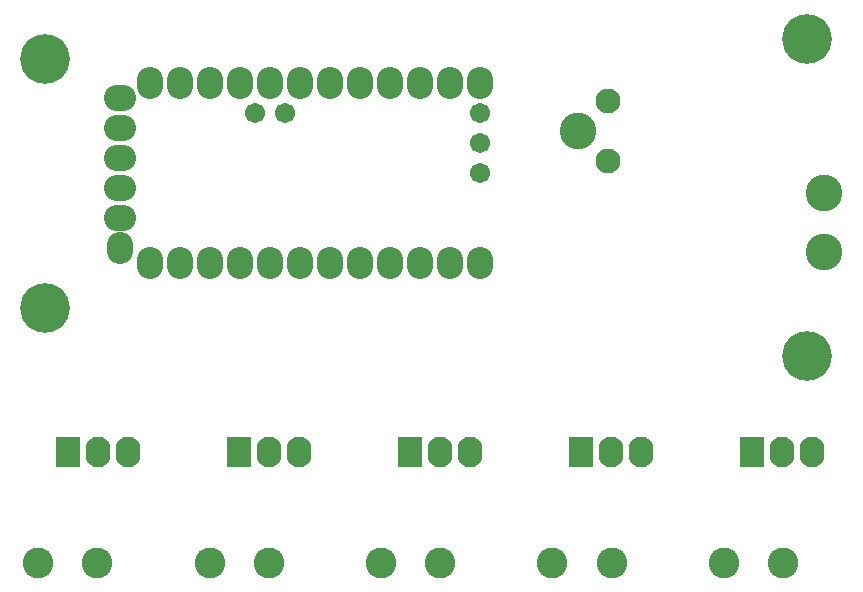
<source format=gts>
G04 Layer: TopSolderMaskLayer*
G04 EasyEDA v6.5.22, 2023-01-03 09:55:25*
G04 7daa880b0f2f4c369114fb813a63f3e8,5dd06754fdd742daa6fe38bf62b7df6b,10*
G04 Gerber Generator version 0.2*
G04 Scale: 100 percent, Rotated: No, Reflected: No *
G04 Dimensions in millimeters *
G04 leading zeros omitted , absolute positions ,4 integer and 5 decimal *
%FSLAX45Y45*%
%MOMM*%

%AMMACRO1*1,1,$1,$2,$3*1,1,$1,$4,$5*1,1,$1,0-$2,0-$3*1,1,$1,0-$4,0-$5*20,1,$1,$2,$3,$4,$5,0*20,1,$1,$4,$5,0-$2,0-$3,0*20,1,$1,0-$2,0-$3,0-$4,0-$5,0*20,1,$1,0-$4,0-$5,$2,$3,0*4,1,4,$2,$3,$4,$5,0-$2,0-$3,0-$4,0-$5,$2,$3,0*%
%ADD10MACRO1,0.1016X-1.0008X1.2497X1.0008X1.2497*%
%ADD11O,2.101596X2.601595*%
%ADD12C,2.1016*%
%ADD13C,3.1016*%
%ADD14O,2.2031959999999997X2.7031949999999996*%
%ADD15C,1.7112*%
%ADD16O,2.7031949999999996X2.2031959999999997*%
%ADD17C,2.6016*%
%ADD18C,4.2032*%

%LPD*%
D10*
G01*
X6527800Y1955797D03*
D11*
G01*
X7035800Y1955797D03*
G01*
X6781800Y1955797D03*
D10*
G01*
X5080000Y1955800D03*
D11*
G01*
X5588000Y1955800D03*
G01*
X5334000Y1955800D03*
D10*
G01*
X3632200Y1955802D03*
D11*
G01*
X4140200Y1955802D03*
G01*
X3886200Y1955802D03*
D10*
G01*
X2184400Y1955797D03*
D11*
G01*
X2692400Y1955797D03*
G01*
X2438400Y1955797D03*
D10*
G01*
X736600Y1955797D03*
D11*
G01*
X1244600Y1955797D03*
G01*
X990600Y1955797D03*
D12*
G01*
X5308600Y4419600D03*
D13*
G01*
X5058613Y4673600D03*
D12*
G01*
X5308600Y4927600D03*
D14*
G01*
X3213100Y5080000D03*
G01*
X2959100Y5080000D03*
G01*
X2705100Y5080000D03*
G01*
X2451100Y5080000D03*
D15*
G01*
X2578100Y4826000D03*
G01*
X2324100Y4826000D03*
G01*
X4229100Y4572000D03*
G01*
X4229100Y4826000D03*
D16*
G01*
X1181100Y4953000D03*
D14*
G01*
X2451100Y3556000D03*
G01*
X2705100Y3556000D03*
G01*
X2959100Y3556000D03*
G01*
X3213100Y3556000D03*
G01*
X3467100Y3556000D03*
G01*
X3721100Y3556000D03*
G01*
X3975100Y3556000D03*
G01*
X4229100Y3556000D03*
G01*
X4229100Y5080000D03*
G01*
X3975100Y5080000D03*
G01*
X3721100Y5080000D03*
G01*
X3467100Y5080000D03*
G01*
X1181100Y3683000D03*
G01*
X2197100Y3556000D03*
G01*
X1689100Y5080000D03*
D16*
G01*
X1181100Y4699000D03*
D15*
G01*
X4229100Y4318000D03*
D14*
G01*
X1435100Y5080000D03*
G01*
X1943100Y5080000D03*
G01*
X1943100Y3556000D03*
G01*
X1689100Y3556000D03*
D16*
G01*
X1181100Y4191000D03*
D14*
G01*
X1435100Y3556000D03*
D16*
G01*
X1181100Y3937000D03*
D14*
G01*
X2197100Y5080000D03*
D16*
G01*
X1181100Y4445000D03*
D13*
G01*
X7137400Y3648900D03*
G01*
X7137400Y4148899D03*
D17*
G01*
X6290500Y1016000D03*
G01*
X6790499Y1016000D03*
G01*
X4839525Y1016000D03*
G01*
X5339524Y1016000D03*
G01*
X3388550Y1016000D03*
G01*
X3888549Y1016000D03*
G01*
X1937575Y1016000D03*
G01*
X2437574Y1016000D03*
G01*
X486600Y1016000D03*
G01*
X986599Y1016000D03*
D18*
G01*
X6991350Y2768600D03*
G01*
X546100Y3175000D03*
G01*
X6991350Y5448300D03*
G01*
X546100Y5283200D03*
M02*

</source>
